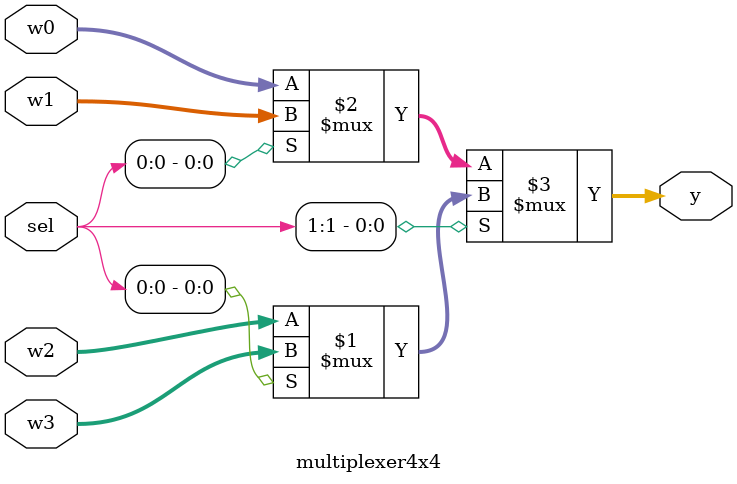
<source format=v>
/*--  *******************************************************
--  Computer Architecture Course, Laboratory Sources 
--  Amirkabir University of Technology (Tehran Polytechnic)
--  Department of Computer Engineering (CE-AUT)
--  https://ce.aut.ac.ir
--  *******************************************************
--  All Rights reserved (C) 2019-2020
--  *******************************************************
--  Student ID  : 9831075
--  Student Name: Mina Beiki
--  Student Mail: 
--  *******************************************************
--  Additional Comments:
--
--*/

/*-----------------------------------------------------------
---  Module Name: Multiplexer 4bit 4 to 1
---  Description: Lab 08 Part 1
-----------------------------------------------------------*/
`timescale 1 ns/1 ns

module multiplexer4x4 (
	input [3:0] w3 ,
	input [3:0] w2 ,
	input [3:0] w1 ,
	input [3:0] w0 ,
	input [1:0]	sel ,
	output [3:0] y
);
	assign y = sel[1] ? (sel[0] ? w3 : w2 ) : ( sel[0] ? w1 : w0 ) ; 
	

endmodule
</source>
